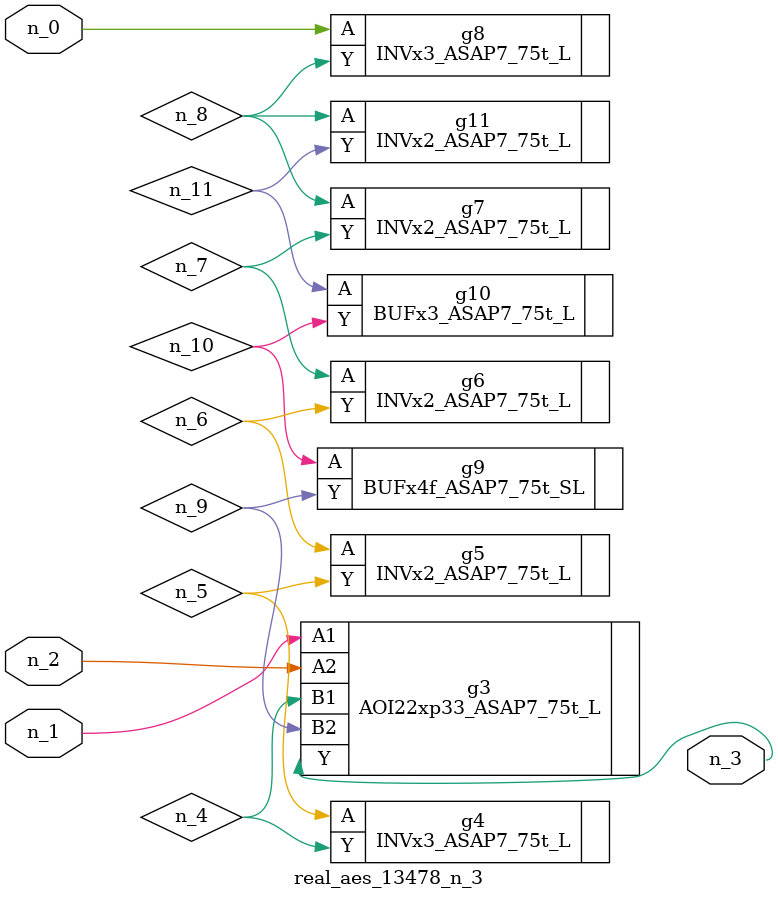
<source format=v>
module real_aes_13478_n_3 (n_0, n_2, n_1, n_3);
input n_0;
input n_2;
input n_1;
output n_3;
wire n_4;
wire n_5;
wire n_7;
wire n_9;
wire n_6;
wire n_8;
wire n_10;
wire n_11;
INVx3_ASAP7_75t_L g8 ( .A(n_0), .Y(n_8) );
AOI22xp33_ASAP7_75t_L g3 ( .A1(n_1), .A2(n_2), .B1(n_4), .B2(n_9), .Y(n_3) );
INVx3_ASAP7_75t_L g4 ( .A(n_5), .Y(n_4) );
INVx2_ASAP7_75t_L g5 ( .A(n_6), .Y(n_5) );
INVx2_ASAP7_75t_L g6 ( .A(n_7), .Y(n_6) );
INVx2_ASAP7_75t_L g7 ( .A(n_8), .Y(n_7) );
INVx2_ASAP7_75t_L g11 ( .A(n_8), .Y(n_11) );
BUFx4f_ASAP7_75t_SL g9 ( .A(n_10), .Y(n_9) );
BUFx3_ASAP7_75t_L g10 ( .A(n_11), .Y(n_10) );
endmodule
</source>
